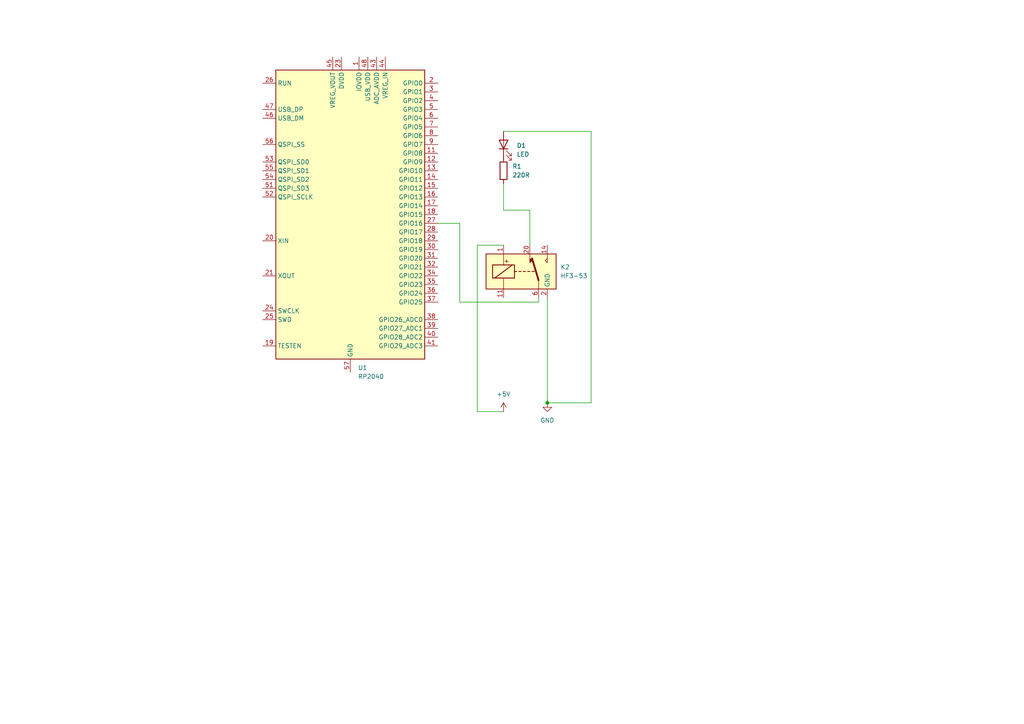
<source format=kicad_sch>
(kicad_sch (version 20231120) (generator "eeschema") (generator_version "8.0")
  (paper "A4")
  (lib_symbols
    (symbol "Device:LED" (pin_numbers hide) (pin_names (offset 1.016) hide)
      (property "Reference" "D" (at 0 2.54 0))
      (property "Value" "LED" (at 0 -2.54 0))
      (symbol "LED_0_1"
        (polyline (pts (xy -1.27 -1.27) (xy -1.27 1.27)) (stroke (width 0.254)))
        (polyline (pts (xy -1.27 0) (xy 1.27 0)))
        (polyline (pts (xy 1.27 -1.27) (xy 1.27 1.27) (xy -1.27 0) (xy 1.27 -1.27)) (stroke (width 0.254)))
        (polyline (pts (xy -3.048 -0.762) (xy -4.572 -2.286) (xy -3.81 -2.286) (xy -4.572 -2.286) (xy -4.572 -1.524)))
        (polyline (pts (xy -1.778 -0.762) (xy -3.302 -2.286) (xy -2.54 -2.286) (xy -3.302 -2.286) (xy -3.302 -1.524)))
      )
      (symbol "LED_1_1"
        (pin passive line (at -3.81 0 0) (length 2.54) (name "K") (number "1"))
        (pin passive line (at 3.81 0 180) (length 2.54) (name "A") (number "2"))
      )
    )
    (symbol "Device:R" (pin_numbers hide) (pin_names (offset 0))
      (property "Reference" "R" (at 2.032 0 90))
      (property "Value" "R" (at 0 0 90))
      (symbol "R_0_1"
        (rectangle (start -1.016 -2.54) (end 1.016 2.54) (stroke (width 0.254)))
      )
      (symbol "R_1_1"
        (pin passive line (at 0 3.81 270) (length 1.27) (name "~") (number "1"))
        (pin passive line (at 0 -3.81 90) (length 1.27) (name "~") (number "2"))
      )
    )
    (symbol "MCU_RaspberryPi:RP2040"
      (property "Reference" "U" (at 17.78 45.72 0))
      (property "Value" "RP2040" (at 17.78 43.18 0))
      (symbol "RP2040_0_1"
        (rectangle (start -21.59 41.91) (end 21.59 -41.91) (stroke (width 0.254)) (fill (type background)))
      )
      (symbol "RP2040_1_1"
        (pin power_in line (at 2.54 45.72 270) (length 3.81) (name "IOVDD") (number "1"))
        (pin passive line (at 2.54 45.72 270) (length 3.81) hide (name "IOVDD") (number "10"))
        (pin bidirectional line (at 25.4 17.78 180) (length 3.81) (name "GPIO8") (number "11"))
        (pin bidirectional line (at 25.4 15.24 180) (length 3.81) (name "GPIO9") (number "12"))
        (pin bidirectional line (at 25.4 12.7 180) (length 3.81) (name "GPIO10") (number "13"))
        (pin bidirectional line (at 25.4 10.16 180) (length 3.81) (name "GPIO11") (number "14"))
        (pin bidirectional line (at 25.4 7.62 180) (length 3.81) (name "GPIO12") (number "15"))
        (pin bidirectional line (at 25.4 5.08 180) (length 3.81) (name "GPIO13") (number "16"))
        (pin bidirectional line (at 25.4 2.54 180) (length 3.81) (name "GPIO14") (number "17"))
        (pin bidirectional line (at 25.4 0 180) (length 3.81) (name "GPIO15") (number "18"))
        (pin input line (at -25.4 -38.1 0) (length 3.81) (name "TESTEN") (number "19"))
        (pin bidirectional line (at 25.4 38.1 180) (length 3.81) (name "GPIO0") (number "2"))
        (pin input line (at -25.4 -7.62 0) (length 3.81) (name "XIN") (number "20"))
        (pin passive line (at -25.4 -17.78 0) (length 3.81) (name "XOUT") (number "21"))
        (pin passive line (at 2.54 45.72 270) (length 3.81) hide (name "IOVDD") (number "22"))
        (pin power_in line (at -2.54 45.72 270) (length 3.81) (name "DVDD") (number "23"))
        (pin input line (at -25.4 -27.94 0) (length 3.81) (name "SWCLK") (number "24"))
        (pin bidirectional line (at -25.4 -30.48 0) (length 3.81) (name "SWD") (number "25"))
        (pin input line (at -25.4 38.1 0) (length 3.81) (name "RUN") (number "26"))
        (pin bidirectional line (at 25.4 -2.54 180) (length 3.81) (name "GPIO16") (number "27"))
        (pin bidirectional line (at 25.4 -5.08 180) (length 3.81) (name "GPIO17") (number "28"))
        (pin bidirectional line (at 25.4 -7.62 180) (length 3.81) (name "GPIO18") (number "29"))
        (pin bidirectional line (at 25.4 35.56 180) (length 3.81) (name "GPIO1") (number "3"))
        (pin bidirectional line (at 25.4 -10.16 180) (length 3.81) (name "GPIO19") (number "30"))
        (pin bidirectional line (at 25.4 -12.7 180) (length 3.81) (name "GPIO20") (number "31"))
        (pin bidirectional line (at 25.4 -15.24 180) (length 3.81) (name "GPIO21") (number "32"))
        (pin passive line (at 2.54 45.72 270) (length 3.81) hide (name "IOVDD") (number "33"))
        (pin bidirectional line (at 25.4 -17.78 180) (length 3.81) (name "GPIO22") (number "34"))
        (pin bidirectional line (at 25.4 -20.32 180) (length 3.81) (name "GPIO23") (number "35"))
        (pin bidirectional line (at 25.4 -22.86 180) (length 3.81) (name "GPIO24") (number "36"))
        (pin bidirectional line (at 25.4 -25.4 180) (length 3.81) (name "GPIO25") (number "37"))
        (pin bidirectional line (at 25.4 -30.48 180) (length 3.81) (name "GPIO26_ADC0") (number "38"))
        (pin bidirectional line (at 25.4 -33.02 180) (length 3.81) (name "GPIO27_ADC1") (number "39"))
        (pin bidirectional line (at 25.4 33.02 180) (length 3.81) (name "GPIO2") (number "4"))
        (pin bidirectional line (at 25.4 -35.56 180) (length 3.81) (name "GPIO28_ADC2") (number "40"))
        (pin bidirectional line (at 25.4 -38.1 180) (length 3.81) (name "GPIO29_ADC3") (number "41"))
        (pin passive line (at 2.54 45.72 270) (length 3.81) hide (name "IOVDD") (number "42"))
        (pin power_in line (at 7.62 45.72 270) (length 3.81) (name "ADC_AVDD") (number "43"))
        (pin power_in line (at 10.16 45.72 270) (length 3.81) (name "VREG_IN") (number "44"))
        (pin power_out line (at -5.08 45.72 270) (length 3.81) (name "VREG_VOUT") (number "45"))
        (pin bidirectional line (at -25.4 27.94 0) (length 3.81) (name "USB_DM") (number "46"))
        (pin bidirectional line (at -25.4 30.48 0) (length 3.81) (name "USB_DP") (number "47"))
        (pin power_in line (at 5.08 45.72 270) (length 3.81) (name "USB_VDD") (number "48"))
        (pin passive line (at 2.54 45.72 270) (length 3.81) hide (name "IOVDD") (number "49"))
        (pin bidirectional line (at 25.4 30.48 180) (length 3.81) (name "GPIO3") (number "5"))
        (pin passive line (at -2.54 45.72 270) (length 3.81) hide (name "DVDD") (number "50"))
        (pin bidirectional line (at -25.4 7.62 0) (length 3.81) (name "QSPI_SD3") (number "51"))
        (pin output line (at -25.4 5.08 0) (length 3.81) (name "QSPI_SCLK") (number "52"))
        (pin bidirectional line (at -25.4 15.24 0) (length 3.81) (name "QSPI_SD0") (number "53"))
        (pin bidirectional line (at -25.4 10.16 0) (length 3.81) (name "QSPI_SD2") (number "54"))
        (pin bidirectional line (at -25.4 12.7 0) (length 3.81) (name "QSPI_SD1") (number "55"))
        (pin bidirectional line (at -25.4 20.32 0) (length 3.81) (name "QSPI_SS") (number "56"))
        (pin power_in line (at 0 -45.72 90) (length 3.81) (name "GND") (number "57"))
        (pin bidirectional line (at 25.4 27.94 180) (length 3.81) (name "GPIO4") (number "6"))
        (pin bidirectional line (at 25.4 25.4 180) (length 3.81) (name "GPIO5") (number "7"))
        (pin bidirectional line (at 25.4 22.86 180) (length 3.81) (name "GPIO6") (number "8"))
        (pin bidirectional line (at 25.4 20.32 180) (length 3.81) (name "GPIO7") (number "9"))
      )
    )
    (symbol "Relay:HF3-53"
      (property "Reference" "K" (at 11.43 3.81 0))
      (property "Value" "HF3-53" (at 11.43 1.27 0))
      (symbol "HF3-53_0_0"
        (polyline (pts (xy 7.62 5.08) (xy 7.62 2.54) (xy 6.985 3.175) (xy 7.62 3.81)))
        (text "+" (at -4.191 3.048 0) (effects (font (size 1.27 1.27))))
      )
      (symbol "HF3-53_0_1"
        (rectangle (start -10.16 5.08) (end 10.16 -5.08) (stroke (width 0.254)) (fill (type background)))
        (rectangle (start -8.255 1.905) (end -1.905 -1.905) (stroke (width 0.254)))
        (polyline (pts (xy -7.62 -1.905) (xy -2.54 1.905)) (stroke (width 0.254)))
        (polyline (pts (xy -5.08 -5.08) (xy -5.08 -1.905)))
        (polyline (pts (xy -5.08 5.08) (xy -5.08 1.905)))
        (polyline (pts (xy -1.905 0) (xy -1.27 0)) (stroke (width 0.254)))
        (polyline (pts (xy -0.635 0) (xy 0 0)) (stroke (width 0.254)))
        (polyline (pts (xy 0.635 0) (xy 1.27 0)) (stroke (width 0.254)))
        (polyline (pts (xy 1.905 0) (xy 2.54 0)) (stroke (width 0.254)))
        (polyline (pts (xy 3.175 0) (xy 3.81 0)) (stroke (width 0.254)))
        (polyline (pts (xy 5.08 -2.54) (xy 3.175 3.81)) (stroke (width 0.508)))
        (polyline (pts (xy 5.08 -2.54) (xy 5.08 -5.08)))
        (polyline (pts (xy 2.54 5.08) (xy 2.54 2.54) (xy 3.175 3.175) (xy 2.54 3.81)) (fill (type outline)))
      )
      (symbol "HF3-53_1_1"
        (pin passive line (at -5.08 7.62 270) (length 2.54) (name "~") (number "1"))
        (pin passive line (at 7.62 -7.62 90) (length 2.54) hide (name "GND") (number "10"))
        (pin passive line (at -5.08 -7.62 90) (length 2.54) (name "~") (number "11"))
        (pin passive line (at 7.62 -7.62 90) (length 2.54) hide (name "GND") (number "12"))
        (pin passive line (at 7.62 -7.62 90) (length 2.54) hide (name "GND") (number "13"))
        (pin passive line (at 7.62 7.62 270) (length 2.54) (name "~") (number "14"))
        (pin passive line (at 7.62 -7.62 90) (length 2.54) hide (name "GND") (number "15"))
        (pin passive line (at 7.62 -7.62 90) (length 2.54) hide (name "GND") (number "17"))
        (pin passive line (at 7.62 -7.62 90) (length 2.54) hide (name "GND") (number "19"))
        (pin power_in line (at 7.62 -7.62 90) (length 2.54) (name "GND") (number "2"))
        (pin passive line (at 2.54 7.62 270) (length 2.54) (name "~") (number "20"))
        (pin passive line (at 7.62 -7.62 90) (length 2.54) hide (name "GND") (number "21"))
        (pin passive line (at 7.62 -7.62 90) (length 2.54) hide (name "GND") (number "22"))
        (pin passive line (at 7.62 -7.62 90) (length 2.54) hide (name "GND") (number "5"))
        (pin passive line (at 5.08 -7.62 90) (length 2.54) (name "~") (number "6"))
        (pin passive line (at 7.62 -7.62 90) (length 2.54) hide (name "GND") (number "7"))
      )
    )
    (symbol "power:+5V" (power) (pin_numbers hide) (pin_names (offset 0) hide)
      (property "Value" "+5V" (at 0 3.556 0))
      (symbol "+5V_0_1"
        (polyline (pts (xy -0.762 1.27) (xy 0 2.54)))
        (polyline (pts (xy 0 0) (xy 0 2.54)))
        (polyline (pts (xy 0 2.54) (xy 0.762 1.27)))
      )
      (symbol "+5V_1_1"
        (pin power_in line (at 0 0 90) (length 0) (name "~") (number "1"))
      )
    )
    (symbol "power:GND" (power) (pin_numbers hide) (pin_names (offset 0) hide)
      (property "Value" "GND" (at 0 -3.81 0))
      (symbol "GND_0_1"
        (polyline (pts (xy 0 0) (xy 0 -1.27) (xy 1.27 -1.27) (xy 0 -2.54) (xy -1.27 -1.27) (xy 0 -1.27)))
      )
      (symbol "GND_1_1"
        (pin power_in line (at 0 0 270) (length 0) (name "~") (number "1"))
      )
    )
  )
  (junction (at 158.75 116.84))
  (wire (pts (xy 133.35 87.63) (xy 133.35 64.77)))
  (wire (pts (xy 171.45 38.1) (xy 171.45 116.84)))
  (wire (pts (xy 138.43 71.12) (xy 138.43 119.38)))
  (wire (pts (xy 146.05 38.1) (xy 171.45 38.1)))
  (wire (pts (xy 156.21 87.63) (xy 133.35 87.63)))
  (wire (pts (xy 171.45 116.84) (xy 158.75 116.84)))
  (wire (pts (xy 153.67 71.12) (xy 153.67 60.96)))
  (wire (pts (xy 156.21 86.36) (xy 156.21 87.63)))
  (wire (pts (xy 133.35 64.77) (xy 127 64.77)))
  (wire (pts (xy 138.43 119.38) (xy 146.05 119.38)))
  (wire (pts (xy 146.05 71.12) (xy 138.43 71.12)))
  (wire (pts (xy 153.67 60.96) (xy 146.05 60.96)))
  (wire (pts (xy 146.05 60.96) (xy 146.05 53.34)))
  (wire (pts (xy 158.75 86.36) (xy 158.75 116.84)))
  (symbol (lib_id "Relay:HF3-53") (at 151.13 78.74 0) (unit 1)
    (property "Reference" "K2" (at 162.56 77.4699 0) (effects (justify left)))
    (property "Value" "HF3-53" (at 162.56 80.0099 0) (effects (justify left)))
    (property "Footprint" "Relay_SMD:Relay_SPDT_AXICOM_HF3Series_50ohms_Pitch1.27mm" (effects (hide yes)))
    (property "Datasheet" "http://hiqsdr.com/images/3/3e/Axicom-HF3.pdf" (effects (hide yes)))
    (property "Description" "AXICOM HF3 relay, 3GHz, SPDT RF Switching Relay, 50ohm, 5Vdc, Single-Side Stable" (effects (hide yes)))
  )
  (symbol (lib_id "power:+5V") (at 146.05 119.38 0) (unit 1)
    (property "Reference" "#PWR01" (effects (hide yes)))
    (property "Value" "+5V" (at 146.05 114.3 0))
    (property "Description" "Power symbol creates a global label with name \"+5V\"" (effects (hide yes)))
  )
  (symbol (lib_id "Device:R") (at 146.05 49.53 0) (unit 1)
    (property "Reference" "R1" (at 148.59 48.2599 0) (effects (justify left)))
    (property "Value" "220R" (at 148.59 50.7999 0) (effects (justify left)))
    (property "Footprint" "Resistor_SMD:R_0805_2012Metric" (effects (hide yes)))
    (property "Description" "Resistor" (effects (hide yes)))
  )
  (symbol (lib_id "MCU_RaspberryPi:RP2040") (at 101.6 62.23 0) (unit 1)
    (property "Reference" "U1" (at 103.7941 106.68 0) (effects (justify left)))
    (property "Value" "RP2040" (at 103.7941 109.22 0) (effects (justify left)))
    (property "Footprint" "Package_DFN_QFN:QFN-56-1EP_7x7mm_P0.4mm_EP3.2x3.2mm" (effects (hide yes)))
    (property "Datasheet" "https://datasheets.raspberrypi.com/rp2040/rp2040-datasheet.pdf" (effects (hide yes)))
    (property "Description" "A microcontroller by Raspberry Pi" (effects (hide yes)))
  )
  (symbol (lib_id "Device:LED") (at 146.05 41.91 90) (unit 1)
    (property "Reference" "D1" (at 149.86 42.2274 90) (effects (justify right)))
    (property "Value" "LED" (at 149.86 44.7674 90) (effects (justify right)))
    (property "Description" "Light emitting diode" (effects (hide yes)))
  )
  (symbol (lib_id "power:GND") (at 158.75 116.84 0) (unit 1)
    (property "Reference" "#PWR02" (effects (hide yes)))
    (property "Value" "GND" (at 158.75 121.92 0))
    (property "Description" "Power symbol creates a global label with name \"GND\" , ground" (effects (hide yes)))
  )
)
</source>
